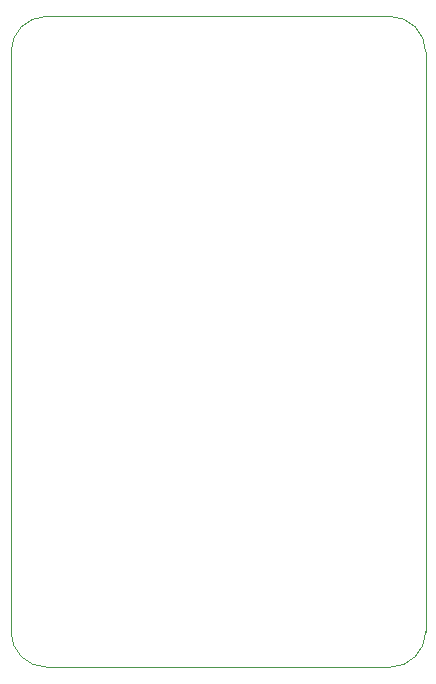
<source format=gm1>
G04 #@! TF.GenerationSoftware,KiCad,Pcbnew,7.0.10*
G04 #@! TF.CreationDate,2024-11-08T17:18:01-05:00*
G04 #@! TF.ProjectId,Novel Mechanism 1 Board,4e6f7665-6c20-44d6-9563-68616e69736d,rev?*
G04 #@! TF.SameCoordinates,Original*
G04 #@! TF.FileFunction,Profile,NP*
%FSLAX46Y46*%
G04 Gerber Fmt 4.6, Leading zero omitted, Abs format (unit mm)*
G04 Created by KiCad (PCBNEW 7.0.10) date 2024-11-08 17:18:01*
%MOMM*%
%LPD*%
G01*
G04 APERTURE LIST*
G04 #@! TA.AperFunction,Profile*
%ADD10C,0.100000*%
G04 #@! TD*
G04 APERTURE END LIST*
D10*
X51660800Y-75158600D02*
G75*
G03*
X54660800Y-72158600I0J3000000D01*
G01*
X19558000Y-72158600D02*
X19558000Y-23066000D01*
X54660800Y-23066000D02*
X54660800Y-72158600D01*
X19558000Y-72158600D02*
G75*
G03*
X22558000Y-75158600I3000000J0D01*
G01*
X51660800Y-75158600D02*
X22558000Y-75158600D01*
X54660800Y-23066000D02*
G75*
G03*
X51660800Y-20066000I-3000000J0D01*
G01*
X22558000Y-20066000D02*
G75*
G03*
X19558000Y-23066000I0J-3000000D01*
G01*
X22558000Y-20066000D02*
X51660800Y-20066000D01*
M02*

</source>
